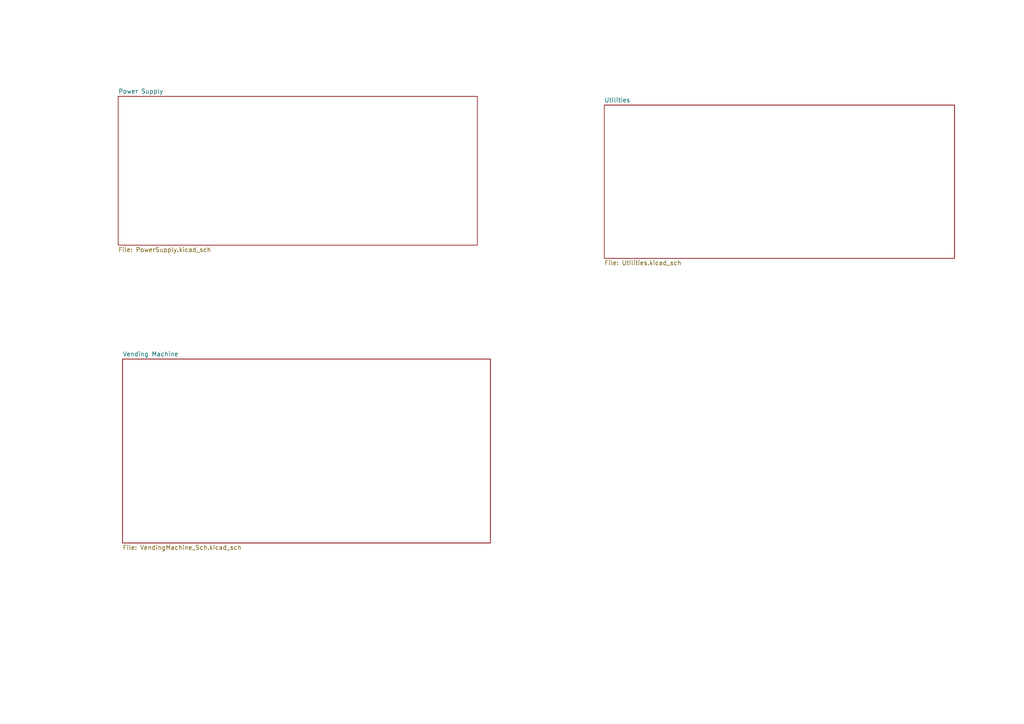
<source format=kicad_sch>
(kicad_sch (version 20230121) (generator eeschema)
  (paper "A4")
  (title_block (title "Vending Machine project"))
  (lib_symbols)
  (sheet (at 175.26 30.48) (size 101.6 44.45) (stroke (width 0.1524))
    (property "Sheetname" "Utilities" (at 175.26 29.7684 0) (effects (justify left bottom)))
    (property "Sheetfile" "Utilities.kicad_sch" (at 175.26 75.5146 0) (effects (justify left top)))
  )
  (sheet (at 34.29 27.94) (size 104.14 43.18) (stroke (width 0.1524))
    (property "Sheetname" "Power Supply" (at 34.29 27.2284 0) (effects (justify left bottom)))
    (property "Sheetfile" "PowerSupply.kicad_sch" (at 34.29 71.7046 0) (effects (justify left top)))
  )
  (sheet (at 35.56 104.14) (size 106.68 53.34) (stroke (width 0.1524))
    (property "Sheetname" "Vending Machine" (at 35.56 103.4284 0) (effects (justify left bottom)))
    (property "Sheetfile" "VendingMachine_Sch.kicad_sch" (at 35.56 158.0646 0) (effects (justify left top)))
  )
)
</source>
